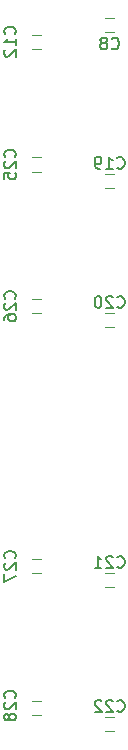
<source format=gbo>
%TF.GenerationSoftware,KiCad,Pcbnew,4.0.7-e2-6376~58~ubuntu16.04.1*%
%TF.CreationDate,2017-09-12T10:21:48+02:00*%
%TF.ProjectId,flt06,666C7430362E6B696361645F70636200,1*%
%TF.FileFunction,Legend,Bot*%
%FSLAX46Y46*%
G04 Gerber Fmt 4.6, Leading zero omitted, Abs format (unit mm)*
G04 Created by KiCad (PCBNEW 4.0.7-e2-6376~58~ubuntu16.04.1) date Tue Sep 12 10:21:48 2017*
%MOMM*%
%LPD*%
G01*
G04 APERTURE LIST*
%ADD10C,0.100000*%
%ADD11C,0.120000*%
%ADD12C,0.150000*%
G04 APERTURE END LIST*
D10*
D11*
X180450000Y-80400000D02*
X181150000Y-80400000D01*
X181150000Y-79200000D02*
X180450000Y-79200000D01*
X174250000Y-81800000D02*
X174950000Y-81800000D01*
X174950000Y-80600000D02*
X174250000Y-80600000D01*
X180450000Y-93600000D02*
X181150000Y-93600000D01*
X181150000Y-92400000D02*
X180450000Y-92400000D01*
X180450000Y-105400000D02*
X181150000Y-105400000D01*
X181150000Y-104200000D02*
X180450000Y-104200000D01*
X180450000Y-127400000D02*
X181150000Y-127400000D01*
X181150000Y-126200000D02*
X180450000Y-126200000D01*
X180450000Y-139600000D02*
X181150000Y-139600000D01*
X181150000Y-138400000D02*
X180450000Y-138400000D01*
X174250000Y-92200000D02*
X174950000Y-92200000D01*
X174950000Y-91000000D02*
X174250000Y-91000000D01*
X174250000Y-104200000D02*
X174950000Y-104200000D01*
X174950000Y-103000000D02*
X174250000Y-103000000D01*
X174250000Y-126200000D02*
X174950000Y-126200000D01*
X174950000Y-125000000D02*
X174250000Y-125000000D01*
X174250000Y-138200000D02*
X174950000Y-138200000D01*
X174950000Y-137000000D02*
X174250000Y-137000000D01*
D12*
X180966666Y-81757143D02*
X181014285Y-81804762D01*
X181157142Y-81852381D01*
X181252380Y-81852381D01*
X181395238Y-81804762D01*
X181490476Y-81709524D01*
X181538095Y-81614286D01*
X181585714Y-81423810D01*
X181585714Y-81280952D01*
X181538095Y-81090476D01*
X181490476Y-80995238D01*
X181395238Y-80900000D01*
X181252380Y-80852381D01*
X181157142Y-80852381D01*
X181014285Y-80900000D01*
X180966666Y-80947619D01*
X180395238Y-81280952D02*
X180490476Y-81233333D01*
X180538095Y-81185714D01*
X180585714Y-81090476D01*
X180585714Y-81042857D01*
X180538095Y-80947619D01*
X180490476Y-80900000D01*
X180395238Y-80852381D01*
X180204761Y-80852381D01*
X180109523Y-80900000D01*
X180061904Y-80947619D01*
X180014285Y-81042857D01*
X180014285Y-81090476D01*
X180061904Y-81185714D01*
X180109523Y-81233333D01*
X180204761Y-81280952D01*
X180395238Y-81280952D01*
X180490476Y-81328571D01*
X180538095Y-81376190D01*
X180585714Y-81471429D01*
X180585714Y-81661905D01*
X180538095Y-81757143D01*
X180490476Y-81804762D01*
X180395238Y-81852381D01*
X180204761Y-81852381D01*
X180109523Y-81804762D01*
X180061904Y-81757143D01*
X180014285Y-81661905D01*
X180014285Y-81471429D01*
X180061904Y-81376190D01*
X180109523Y-81328571D01*
X180204761Y-81280952D01*
X172757143Y-80557143D02*
X172804762Y-80509524D01*
X172852381Y-80366667D01*
X172852381Y-80271429D01*
X172804762Y-80128571D01*
X172709524Y-80033333D01*
X172614286Y-79985714D01*
X172423810Y-79938095D01*
X172280952Y-79938095D01*
X172090476Y-79985714D01*
X171995238Y-80033333D01*
X171900000Y-80128571D01*
X171852381Y-80271429D01*
X171852381Y-80366667D01*
X171900000Y-80509524D01*
X171947619Y-80557143D01*
X172852381Y-81509524D02*
X172852381Y-80938095D01*
X172852381Y-81223809D02*
X171852381Y-81223809D01*
X171995238Y-81128571D01*
X172090476Y-81033333D01*
X172138095Y-80938095D01*
X171947619Y-81890476D02*
X171900000Y-81938095D01*
X171852381Y-82033333D01*
X171852381Y-82271429D01*
X171900000Y-82366667D01*
X171947619Y-82414286D01*
X172042857Y-82461905D01*
X172138095Y-82461905D01*
X172280952Y-82414286D01*
X172852381Y-81842857D01*
X172852381Y-82461905D01*
X181442857Y-91857143D02*
X181490476Y-91904762D01*
X181633333Y-91952381D01*
X181728571Y-91952381D01*
X181871429Y-91904762D01*
X181966667Y-91809524D01*
X182014286Y-91714286D01*
X182061905Y-91523810D01*
X182061905Y-91380952D01*
X182014286Y-91190476D01*
X181966667Y-91095238D01*
X181871429Y-91000000D01*
X181728571Y-90952381D01*
X181633333Y-90952381D01*
X181490476Y-91000000D01*
X181442857Y-91047619D01*
X180490476Y-91952381D02*
X181061905Y-91952381D01*
X180776191Y-91952381D02*
X180776191Y-90952381D01*
X180871429Y-91095238D01*
X180966667Y-91190476D01*
X181061905Y-91238095D01*
X180014286Y-91952381D02*
X179823810Y-91952381D01*
X179728571Y-91904762D01*
X179680952Y-91857143D01*
X179585714Y-91714286D01*
X179538095Y-91523810D01*
X179538095Y-91142857D01*
X179585714Y-91047619D01*
X179633333Y-91000000D01*
X179728571Y-90952381D01*
X179919048Y-90952381D01*
X180014286Y-91000000D01*
X180061905Y-91047619D01*
X180109524Y-91142857D01*
X180109524Y-91380952D01*
X180061905Y-91476190D01*
X180014286Y-91523810D01*
X179919048Y-91571429D01*
X179728571Y-91571429D01*
X179633333Y-91523810D01*
X179585714Y-91476190D01*
X179538095Y-91380952D01*
X181442857Y-103657143D02*
X181490476Y-103704762D01*
X181633333Y-103752381D01*
X181728571Y-103752381D01*
X181871429Y-103704762D01*
X181966667Y-103609524D01*
X182014286Y-103514286D01*
X182061905Y-103323810D01*
X182061905Y-103180952D01*
X182014286Y-102990476D01*
X181966667Y-102895238D01*
X181871429Y-102800000D01*
X181728571Y-102752381D01*
X181633333Y-102752381D01*
X181490476Y-102800000D01*
X181442857Y-102847619D01*
X181061905Y-102847619D02*
X181014286Y-102800000D01*
X180919048Y-102752381D01*
X180680952Y-102752381D01*
X180585714Y-102800000D01*
X180538095Y-102847619D01*
X180490476Y-102942857D01*
X180490476Y-103038095D01*
X180538095Y-103180952D01*
X181109524Y-103752381D01*
X180490476Y-103752381D01*
X179871429Y-102752381D02*
X179776190Y-102752381D01*
X179680952Y-102800000D01*
X179633333Y-102847619D01*
X179585714Y-102942857D01*
X179538095Y-103133333D01*
X179538095Y-103371429D01*
X179585714Y-103561905D01*
X179633333Y-103657143D01*
X179680952Y-103704762D01*
X179776190Y-103752381D01*
X179871429Y-103752381D01*
X179966667Y-103704762D01*
X180014286Y-103657143D01*
X180061905Y-103561905D01*
X180109524Y-103371429D01*
X180109524Y-103133333D01*
X180061905Y-102942857D01*
X180014286Y-102847619D01*
X179966667Y-102800000D01*
X179871429Y-102752381D01*
X181442857Y-125657143D02*
X181490476Y-125704762D01*
X181633333Y-125752381D01*
X181728571Y-125752381D01*
X181871429Y-125704762D01*
X181966667Y-125609524D01*
X182014286Y-125514286D01*
X182061905Y-125323810D01*
X182061905Y-125180952D01*
X182014286Y-124990476D01*
X181966667Y-124895238D01*
X181871429Y-124800000D01*
X181728571Y-124752381D01*
X181633333Y-124752381D01*
X181490476Y-124800000D01*
X181442857Y-124847619D01*
X181061905Y-124847619D02*
X181014286Y-124800000D01*
X180919048Y-124752381D01*
X180680952Y-124752381D01*
X180585714Y-124800000D01*
X180538095Y-124847619D01*
X180490476Y-124942857D01*
X180490476Y-125038095D01*
X180538095Y-125180952D01*
X181109524Y-125752381D01*
X180490476Y-125752381D01*
X179538095Y-125752381D02*
X180109524Y-125752381D01*
X179823810Y-125752381D02*
X179823810Y-124752381D01*
X179919048Y-124895238D01*
X180014286Y-124990476D01*
X180109524Y-125038095D01*
X181442857Y-137857143D02*
X181490476Y-137904762D01*
X181633333Y-137952381D01*
X181728571Y-137952381D01*
X181871429Y-137904762D01*
X181966667Y-137809524D01*
X182014286Y-137714286D01*
X182061905Y-137523810D01*
X182061905Y-137380952D01*
X182014286Y-137190476D01*
X181966667Y-137095238D01*
X181871429Y-137000000D01*
X181728571Y-136952381D01*
X181633333Y-136952381D01*
X181490476Y-137000000D01*
X181442857Y-137047619D01*
X181061905Y-137047619D02*
X181014286Y-137000000D01*
X180919048Y-136952381D01*
X180680952Y-136952381D01*
X180585714Y-137000000D01*
X180538095Y-137047619D01*
X180490476Y-137142857D01*
X180490476Y-137238095D01*
X180538095Y-137380952D01*
X181109524Y-137952381D01*
X180490476Y-137952381D01*
X180109524Y-137047619D02*
X180061905Y-137000000D01*
X179966667Y-136952381D01*
X179728571Y-136952381D01*
X179633333Y-137000000D01*
X179585714Y-137047619D01*
X179538095Y-137142857D01*
X179538095Y-137238095D01*
X179585714Y-137380952D01*
X180157143Y-137952381D01*
X179538095Y-137952381D01*
X172757143Y-90957143D02*
X172804762Y-90909524D01*
X172852381Y-90766667D01*
X172852381Y-90671429D01*
X172804762Y-90528571D01*
X172709524Y-90433333D01*
X172614286Y-90385714D01*
X172423810Y-90338095D01*
X172280952Y-90338095D01*
X172090476Y-90385714D01*
X171995238Y-90433333D01*
X171900000Y-90528571D01*
X171852381Y-90671429D01*
X171852381Y-90766667D01*
X171900000Y-90909524D01*
X171947619Y-90957143D01*
X171947619Y-91338095D02*
X171900000Y-91385714D01*
X171852381Y-91480952D01*
X171852381Y-91719048D01*
X171900000Y-91814286D01*
X171947619Y-91861905D01*
X172042857Y-91909524D01*
X172138095Y-91909524D01*
X172280952Y-91861905D01*
X172852381Y-91290476D01*
X172852381Y-91909524D01*
X171852381Y-92814286D02*
X171852381Y-92338095D01*
X172328571Y-92290476D01*
X172280952Y-92338095D01*
X172233333Y-92433333D01*
X172233333Y-92671429D01*
X172280952Y-92766667D01*
X172328571Y-92814286D01*
X172423810Y-92861905D01*
X172661905Y-92861905D01*
X172757143Y-92814286D01*
X172804762Y-92766667D01*
X172852381Y-92671429D01*
X172852381Y-92433333D01*
X172804762Y-92338095D01*
X172757143Y-92290476D01*
X172757143Y-102957143D02*
X172804762Y-102909524D01*
X172852381Y-102766667D01*
X172852381Y-102671429D01*
X172804762Y-102528571D01*
X172709524Y-102433333D01*
X172614286Y-102385714D01*
X172423810Y-102338095D01*
X172280952Y-102338095D01*
X172090476Y-102385714D01*
X171995238Y-102433333D01*
X171900000Y-102528571D01*
X171852381Y-102671429D01*
X171852381Y-102766667D01*
X171900000Y-102909524D01*
X171947619Y-102957143D01*
X171947619Y-103338095D02*
X171900000Y-103385714D01*
X171852381Y-103480952D01*
X171852381Y-103719048D01*
X171900000Y-103814286D01*
X171947619Y-103861905D01*
X172042857Y-103909524D01*
X172138095Y-103909524D01*
X172280952Y-103861905D01*
X172852381Y-103290476D01*
X172852381Y-103909524D01*
X171852381Y-104766667D02*
X171852381Y-104576190D01*
X171900000Y-104480952D01*
X171947619Y-104433333D01*
X172090476Y-104338095D01*
X172280952Y-104290476D01*
X172661905Y-104290476D01*
X172757143Y-104338095D01*
X172804762Y-104385714D01*
X172852381Y-104480952D01*
X172852381Y-104671429D01*
X172804762Y-104766667D01*
X172757143Y-104814286D01*
X172661905Y-104861905D01*
X172423810Y-104861905D01*
X172328571Y-104814286D01*
X172280952Y-104766667D01*
X172233333Y-104671429D01*
X172233333Y-104480952D01*
X172280952Y-104385714D01*
X172328571Y-104338095D01*
X172423810Y-104290476D01*
X172757143Y-124957143D02*
X172804762Y-124909524D01*
X172852381Y-124766667D01*
X172852381Y-124671429D01*
X172804762Y-124528571D01*
X172709524Y-124433333D01*
X172614286Y-124385714D01*
X172423810Y-124338095D01*
X172280952Y-124338095D01*
X172090476Y-124385714D01*
X171995238Y-124433333D01*
X171900000Y-124528571D01*
X171852381Y-124671429D01*
X171852381Y-124766667D01*
X171900000Y-124909524D01*
X171947619Y-124957143D01*
X171947619Y-125338095D02*
X171900000Y-125385714D01*
X171852381Y-125480952D01*
X171852381Y-125719048D01*
X171900000Y-125814286D01*
X171947619Y-125861905D01*
X172042857Y-125909524D01*
X172138095Y-125909524D01*
X172280952Y-125861905D01*
X172852381Y-125290476D01*
X172852381Y-125909524D01*
X171852381Y-126242857D02*
X171852381Y-126909524D01*
X172852381Y-126480952D01*
X172757143Y-136757143D02*
X172804762Y-136709524D01*
X172852381Y-136566667D01*
X172852381Y-136471429D01*
X172804762Y-136328571D01*
X172709524Y-136233333D01*
X172614286Y-136185714D01*
X172423810Y-136138095D01*
X172280952Y-136138095D01*
X172090476Y-136185714D01*
X171995238Y-136233333D01*
X171900000Y-136328571D01*
X171852381Y-136471429D01*
X171852381Y-136566667D01*
X171900000Y-136709524D01*
X171947619Y-136757143D01*
X171947619Y-137138095D02*
X171900000Y-137185714D01*
X171852381Y-137280952D01*
X171852381Y-137519048D01*
X171900000Y-137614286D01*
X171947619Y-137661905D01*
X172042857Y-137709524D01*
X172138095Y-137709524D01*
X172280952Y-137661905D01*
X172852381Y-137090476D01*
X172852381Y-137709524D01*
X172280952Y-138280952D02*
X172233333Y-138185714D01*
X172185714Y-138138095D01*
X172090476Y-138090476D01*
X172042857Y-138090476D01*
X171947619Y-138138095D01*
X171900000Y-138185714D01*
X171852381Y-138280952D01*
X171852381Y-138471429D01*
X171900000Y-138566667D01*
X171947619Y-138614286D01*
X172042857Y-138661905D01*
X172090476Y-138661905D01*
X172185714Y-138614286D01*
X172233333Y-138566667D01*
X172280952Y-138471429D01*
X172280952Y-138280952D01*
X172328571Y-138185714D01*
X172376190Y-138138095D01*
X172471429Y-138090476D01*
X172661905Y-138090476D01*
X172757143Y-138138095D01*
X172804762Y-138185714D01*
X172852381Y-138280952D01*
X172852381Y-138471429D01*
X172804762Y-138566667D01*
X172757143Y-138614286D01*
X172661905Y-138661905D01*
X172471429Y-138661905D01*
X172376190Y-138614286D01*
X172328571Y-138566667D01*
X172280952Y-138471429D01*
M02*

</source>
